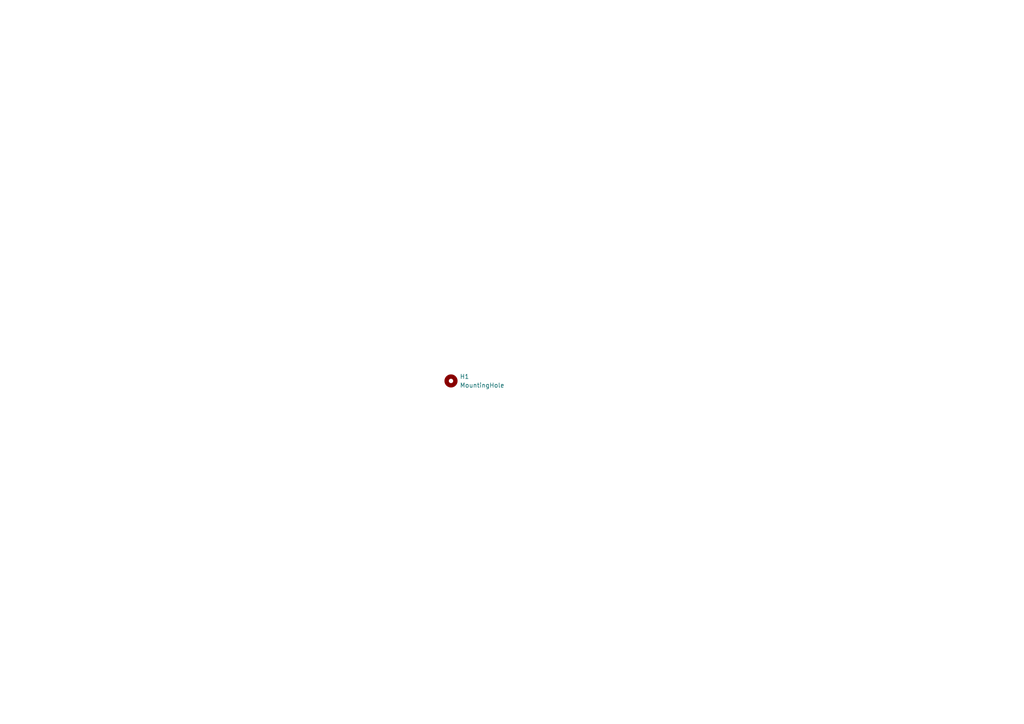
<source format=kicad_sch>
(kicad_sch (version 20250114) (generator "eeschema") (generator_version "9.0")
  (paper "A4")
  (lib_symbols
    (symbol "Mechanical:MountingHole" (pin_names (offset 1.016)) (in_bom no)
      (property "Reference" "H" (at 0 5.08 0))
      (property "Value" "MountingHole" (at 0 3.175 0))
      (symbol "MountingHole_0_1"
        (circle (center 0 0) (radius 1.27) (stroke (width 1.27)))
      )
    )
  )
  (symbol (lib_id "Mechanical:MountingHole") (at 130.81 110.49 0) (unit 1) (in_bom no)
    (property "Reference" "H1" (at 133.35 109.2199 0) (effects (justify left)))
    (property "Value" "MountingHole" (at 133.35 111.7599 0) (effects (justify left)))
    (property "Footprint" "MountingHole:MountingHole_5mm_Pad" (effects (hide yes)))
    (property "Description" "Mounting Hole without connection" (effects (hide yes)))
  )
)
</source>
